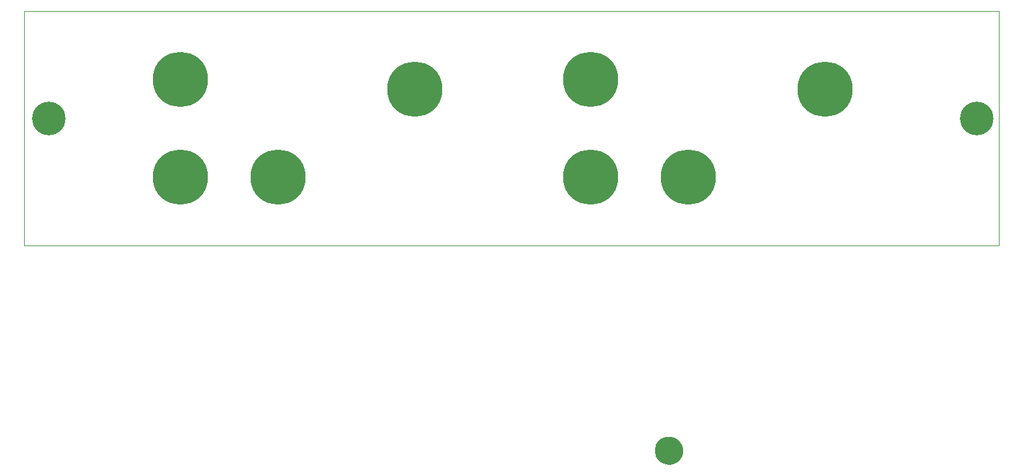
<source format=gts>
G75*
%MOIN*%
%OFA0B0*%
%FSLAX25Y25*%
%IPPOS*%
%LPD*%
%AMOC8*
5,1,8,0,0,1.08239X$1,22.5*
%
%ADD10C,0.00000*%
%ADD11C,0.14380*%
%ADD12C,0.28222*%
%ADD13C,0.17198*%
D10*
X0002500Y0113040D02*
X0002500Y0233000D01*
X0501201Y0233000D01*
X0501201Y0113040D01*
X0002500Y0113040D01*
X0325610Y0008040D02*
X0325612Y0008209D01*
X0325618Y0008378D01*
X0325629Y0008547D01*
X0325643Y0008715D01*
X0325662Y0008883D01*
X0325685Y0009051D01*
X0325711Y0009218D01*
X0325742Y0009384D01*
X0325777Y0009550D01*
X0325816Y0009714D01*
X0325860Y0009878D01*
X0325907Y0010040D01*
X0325958Y0010201D01*
X0326013Y0010361D01*
X0326072Y0010520D01*
X0326134Y0010677D01*
X0326201Y0010832D01*
X0326272Y0010986D01*
X0326346Y0011138D01*
X0326424Y0011288D01*
X0326505Y0011436D01*
X0326590Y0011582D01*
X0326679Y0011726D01*
X0326771Y0011868D01*
X0326867Y0012007D01*
X0326966Y0012144D01*
X0327068Y0012279D01*
X0327174Y0012411D01*
X0327283Y0012540D01*
X0327395Y0012667D01*
X0327510Y0012791D01*
X0327628Y0012912D01*
X0327749Y0013030D01*
X0327873Y0013145D01*
X0328000Y0013257D01*
X0328129Y0013366D01*
X0328261Y0013472D01*
X0328396Y0013574D01*
X0328533Y0013673D01*
X0328672Y0013769D01*
X0328814Y0013861D01*
X0328958Y0013950D01*
X0329104Y0014035D01*
X0329252Y0014116D01*
X0329402Y0014194D01*
X0329554Y0014268D01*
X0329708Y0014339D01*
X0329863Y0014406D01*
X0330020Y0014468D01*
X0330179Y0014527D01*
X0330339Y0014582D01*
X0330500Y0014633D01*
X0330662Y0014680D01*
X0330826Y0014724D01*
X0330990Y0014763D01*
X0331156Y0014798D01*
X0331322Y0014829D01*
X0331489Y0014855D01*
X0331657Y0014878D01*
X0331825Y0014897D01*
X0331993Y0014911D01*
X0332162Y0014922D01*
X0332331Y0014928D01*
X0332500Y0014930D01*
X0332669Y0014928D01*
X0332838Y0014922D01*
X0333007Y0014911D01*
X0333175Y0014897D01*
X0333343Y0014878D01*
X0333511Y0014855D01*
X0333678Y0014829D01*
X0333844Y0014798D01*
X0334010Y0014763D01*
X0334174Y0014724D01*
X0334338Y0014680D01*
X0334500Y0014633D01*
X0334661Y0014582D01*
X0334821Y0014527D01*
X0334980Y0014468D01*
X0335137Y0014406D01*
X0335292Y0014339D01*
X0335446Y0014268D01*
X0335598Y0014194D01*
X0335748Y0014116D01*
X0335896Y0014035D01*
X0336042Y0013950D01*
X0336186Y0013861D01*
X0336328Y0013769D01*
X0336467Y0013673D01*
X0336604Y0013574D01*
X0336739Y0013472D01*
X0336871Y0013366D01*
X0337000Y0013257D01*
X0337127Y0013145D01*
X0337251Y0013030D01*
X0337372Y0012912D01*
X0337490Y0012791D01*
X0337605Y0012667D01*
X0337717Y0012540D01*
X0337826Y0012411D01*
X0337932Y0012279D01*
X0338034Y0012144D01*
X0338133Y0012007D01*
X0338229Y0011868D01*
X0338321Y0011726D01*
X0338410Y0011582D01*
X0338495Y0011436D01*
X0338576Y0011288D01*
X0338654Y0011138D01*
X0338728Y0010986D01*
X0338799Y0010832D01*
X0338866Y0010677D01*
X0338928Y0010520D01*
X0338987Y0010361D01*
X0339042Y0010201D01*
X0339093Y0010040D01*
X0339140Y0009878D01*
X0339184Y0009714D01*
X0339223Y0009550D01*
X0339258Y0009384D01*
X0339289Y0009218D01*
X0339315Y0009051D01*
X0339338Y0008883D01*
X0339357Y0008715D01*
X0339371Y0008547D01*
X0339382Y0008378D01*
X0339388Y0008209D01*
X0339390Y0008040D01*
X0339388Y0007871D01*
X0339382Y0007702D01*
X0339371Y0007533D01*
X0339357Y0007365D01*
X0339338Y0007197D01*
X0339315Y0007029D01*
X0339289Y0006862D01*
X0339258Y0006696D01*
X0339223Y0006530D01*
X0339184Y0006366D01*
X0339140Y0006202D01*
X0339093Y0006040D01*
X0339042Y0005879D01*
X0338987Y0005719D01*
X0338928Y0005560D01*
X0338866Y0005403D01*
X0338799Y0005248D01*
X0338728Y0005094D01*
X0338654Y0004942D01*
X0338576Y0004792D01*
X0338495Y0004644D01*
X0338410Y0004498D01*
X0338321Y0004354D01*
X0338229Y0004212D01*
X0338133Y0004073D01*
X0338034Y0003936D01*
X0337932Y0003801D01*
X0337826Y0003669D01*
X0337717Y0003540D01*
X0337605Y0003413D01*
X0337490Y0003289D01*
X0337372Y0003168D01*
X0337251Y0003050D01*
X0337127Y0002935D01*
X0337000Y0002823D01*
X0336871Y0002714D01*
X0336739Y0002608D01*
X0336604Y0002506D01*
X0336467Y0002407D01*
X0336328Y0002311D01*
X0336186Y0002219D01*
X0336042Y0002130D01*
X0335896Y0002045D01*
X0335748Y0001964D01*
X0335598Y0001886D01*
X0335446Y0001812D01*
X0335292Y0001741D01*
X0335137Y0001674D01*
X0334980Y0001612D01*
X0334821Y0001553D01*
X0334661Y0001498D01*
X0334500Y0001447D01*
X0334338Y0001400D01*
X0334174Y0001356D01*
X0334010Y0001317D01*
X0333844Y0001282D01*
X0333678Y0001251D01*
X0333511Y0001225D01*
X0333343Y0001202D01*
X0333175Y0001183D01*
X0333007Y0001169D01*
X0332838Y0001158D01*
X0332669Y0001152D01*
X0332500Y0001150D01*
X0332331Y0001152D01*
X0332162Y0001158D01*
X0331993Y0001169D01*
X0331825Y0001183D01*
X0331657Y0001202D01*
X0331489Y0001225D01*
X0331322Y0001251D01*
X0331156Y0001282D01*
X0330990Y0001317D01*
X0330826Y0001356D01*
X0330662Y0001400D01*
X0330500Y0001447D01*
X0330339Y0001498D01*
X0330179Y0001553D01*
X0330020Y0001612D01*
X0329863Y0001674D01*
X0329708Y0001741D01*
X0329554Y0001812D01*
X0329402Y0001886D01*
X0329252Y0001964D01*
X0329104Y0002045D01*
X0328958Y0002130D01*
X0328814Y0002219D01*
X0328672Y0002311D01*
X0328533Y0002407D01*
X0328396Y0002506D01*
X0328261Y0002608D01*
X0328129Y0002714D01*
X0328000Y0002823D01*
X0327873Y0002935D01*
X0327749Y0003050D01*
X0327628Y0003168D01*
X0327510Y0003289D01*
X0327395Y0003413D01*
X0327283Y0003540D01*
X0327174Y0003669D01*
X0327068Y0003801D01*
X0326966Y0003936D01*
X0326867Y0004073D01*
X0326771Y0004212D01*
X0326679Y0004354D01*
X0326590Y0004498D01*
X0326505Y0004644D01*
X0326424Y0004792D01*
X0326346Y0004942D01*
X0326272Y0005094D01*
X0326201Y0005248D01*
X0326134Y0005403D01*
X0326072Y0005560D01*
X0326013Y0005719D01*
X0325958Y0005879D01*
X0325907Y0006040D01*
X0325860Y0006202D01*
X0325816Y0006366D01*
X0325777Y0006530D01*
X0325742Y0006696D01*
X0325711Y0006862D01*
X0325685Y0007029D01*
X0325662Y0007197D01*
X0325643Y0007365D01*
X0325629Y0007533D01*
X0325618Y0007702D01*
X0325612Y0007871D01*
X0325610Y0008040D01*
D11*
X0332500Y0008040D03*
D12*
X0342500Y0148040D03*
X0292500Y0148040D03*
X0202500Y0193040D03*
X0292500Y0198040D03*
X0412500Y0193040D03*
X0132500Y0148040D03*
X0082500Y0148040D03*
X0082500Y0198040D03*
D13*
X0015000Y0178040D03*
X0490000Y0178040D03*
M02*

</source>
